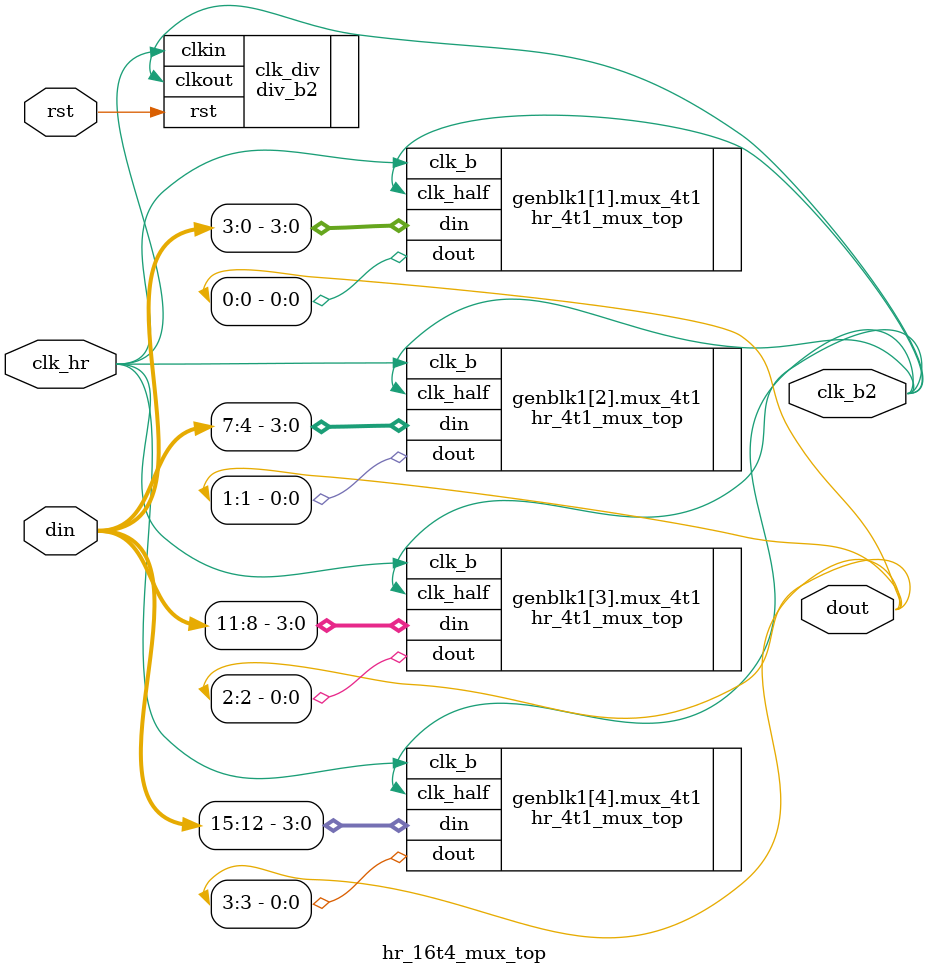
<source format=sv>

`timescale 100ps/1ps   //  Unit_time / Time precision

`default_nettype none

module hr_16t4_mux_top (  // The output data rate should be input clock frequency times two.
    input wire logic clk_hr,     // Half rate clock input
    input wire logic [15:0] din,  // Sixteen-bit input data
    input wire logic rst,
    output wire logic [3:0] dout, // Four-bit output data
    output wire logic clk_b2 // Divided clk output to drive prbs_gen
);

genvar i;
generate  // Instantiate 4 hr_4t1_mux_top to form 16:4 mux
    for (i=1; i<5; i=i+1) begin
        hr_4t1_mux_top mux_4t1 (
            .clk_b(clk_hr),
            .din(din[4*i-1:4*(i-1)]),  // Map 16 bits input to 4 half-rate 4 to 1 mux
            .dout(dout[i-1]),
            .clk_half(clk_b2)
        );
    end
endgenerate

// Clock divider, divide-by-two
div_b2 clk_div (.clkin(clk_hr), .rst(rst), .clkout(clk_b2));

endmodule

`default_nettype wire
</source>
